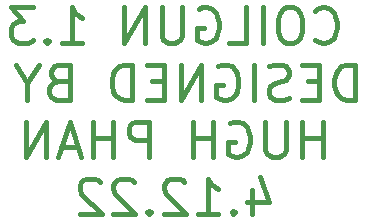
<source format=gbo>
%TF.GenerationSoftware,KiCad,Pcbnew,(6.0.9)*%
%TF.CreationDate,2022-12-04T20:19:28+11:00*%
%TF.ProjectId,Coilgun 1.3,436f696c-6775-46e2-9031-2e332e6b6963,1.3*%
%TF.SameCoordinates,Original*%
%TF.FileFunction,Legend,Bot*%
%TF.FilePolarity,Positive*%
%FSLAX46Y46*%
G04 Gerber Fmt 4.6, Leading zero omitted, Abs format (unit mm)*
G04 Created by KiCad (PCBNEW (6.0.9)) date 2022-12-04 20:19:28*
%MOMM*%
%LPD*%
G01*
G04 APERTURE LIST*
%ADD10C,0.450000*%
G04 APERTURE END LIST*
D10*
X176393571Y-85266428D02*
X176536428Y-85409285D01*
X176965000Y-85552142D01*
X177250714Y-85552142D01*
X177679285Y-85409285D01*
X177965000Y-85123571D01*
X178107857Y-84837857D01*
X178250714Y-84266428D01*
X178250714Y-83837857D01*
X178107857Y-83266428D01*
X177965000Y-82980714D01*
X177679285Y-82695000D01*
X177250714Y-82552142D01*
X176965000Y-82552142D01*
X176536428Y-82695000D01*
X176393571Y-82837857D01*
X174536428Y-82552142D02*
X173965000Y-82552142D01*
X173679285Y-82695000D01*
X173393571Y-82980714D01*
X173250714Y-83552142D01*
X173250714Y-84552142D01*
X173393571Y-85123571D01*
X173679285Y-85409285D01*
X173965000Y-85552142D01*
X174536428Y-85552142D01*
X174822142Y-85409285D01*
X175107857Y-85123571D01*
X175250714Y-84552142D01*
X175250714Y-83552142D01*
X175107857Y-82980714D01*
X174822142Y-82695000D01*
X174536428Y-82552142D01*
X171965000Y-85552142D02*
X171965000Y-82552142D01*
X169107857Y-85552142D02*
X170536428Y-85552142D01*
X170536428Y-82552142D01*
X166536428Y-82695000D02*
X166822142Y-82552142D01*
X167250714Y-82552142D01*
X167679285Y-82695000D01*
X167965000Y-82980714D01*
X168107857Y-83266428D01*
X168250714Y-83837857D01*
X168250714Y-84266428D01*
X168107857Y-84837857D01*
X167965000Y-85123571D01*
X167679285Y-85409285D01*
X167250714Y-85552142D01*
X166965000Y-85552142D01*
X166536428Y-85409285D01*
X166393571Y-85266428D01*
X166393571Y-84266428D01*
X166965000Y-84266428D01*
X165107857Y-82552142D02*
X165107857Y-84980714D01*
X164965000Y-85266428D01*
X164822142Y-85409285D01*
X164536428Y-85552142D01*
X163965000Y-85552142D01*
X163679285Y-85409285D01*
X163536428Y-85266428D01*
X163393571Y-84980714D01*
X163393571Y-82552142D01*
X161965000Y-85552142D02*
X161965000Y-82552142D01*
X160250714Y-85552142D01*
X160250714Y-82552142D01*
X154965000Y-85552142D02*
X156679285Y-85552142D01*
X155822142Y-85552142D02*
X155822142Y-82552142D01*
X156107857Y-82980714D01*
X156393571Y-83266428D01*
X156679285Y-83409285D01*
X153679285Y-85266428D02*
X153536428Y-85409285D01*
X153679285Y-85552142D01*
X153822142Y-85409285D01*
X153679285Y-85266428D01*
X153679285Y-85552142D01*
X152536428Y-82552142D02*
X150679285Y-82552142D01*
X151679285Y-83695000D01*
X151250714Y-83695000D01*
X150965000Y-83837857D01*
X150822142Y-83980714D01*
X150679285Y-84266428D01*
X150679285Y-84980714D01*
X150822142Y-85266428D01*
X150965000Y-85409285D01*
X151250714Y-85552142D01*
X152107857Y-85552142D01*
X152393571Y-85409285D01*
X152536428Y-85266428D01*
X179750714Y-90382142D02*
X179750714Y-87382142D01*
X179036428Y-87382142D01*
X178607857Y-87525000D01*
X178322142Y-87810714D01*
X178179285Y-88096428D01*
X178036428Y-88667857D01*
X178036428Y-89096428D01*
X178179285Y-89667857D01*
X178322142Y-89953571D01*
X178607857Y-90239285D01*
X179036428Y-90382142D01*
X179750714Y-90382142D01*
X176750714Y-88810714D02*
X175750714Y-88810714D01*
X175322142Y-90382142D02*
X176750714Y-90382142D01*
X176750714Y-87382142D01*
X175322142Y-87382142D01*
X174179285Y-90239285D02*
X173750714Y-90382142D01*
X173036428Y-90382142D01*
X172750714Y-90239285D01*
X172607857Y-90096428D01*
X172465000Y-89810714D01*
X172465000Y-89525000D01*
X172607857Y-89239285D01*
X172750714Y-89096428D01*
X173036428Y-88953571D01*
X173607857Y-88810714D01*
X173893571Y-88667857D01*
X174036428Y-88525000D01*
X174179285Y-88239285D01*
X174179285Y-87953571D01*
X174036428Y-87667857D01*
X173893571Y-87525000D01*
X173607857Y-87382142D01*
X172893571Y-87382142D01*
X172465000Y-87525000D01*
X171179285Y-90382142D02*
X171179285Y-87382142D01*
X168179285Y-87525000D02*
X168465000Y-87382142D01*
X168893571Y-87382142D01*
X169322142Y-87525000D01*
X169607857Y-87810714D01*
X169750714Y-88096428D01*
X169893571Y-88667857D01*
X169893571Y-89096428D01*
X169750714Y-89667857D01*
X169607857Y-89953571D01*
X169322142Y-90239285D01*
X168893571Y-90382142D01*
X168607857Y-90382142D01*
X168179285Y-90239285D01*
X168036428Y-90096428D01*
X168036428Y-89096428D01*
X168607857Y-89096428D01*
X166750714Y-90382142D02*
X166750714Y-87382142D01*
X165036428Y-90382142D01*
X165036428Y-87382142D01*
X163607857Y-88810714D02*
X162607857Y-88810714D01*
X162179285Y-90382142D02*
X163607857Y-90382142D01*
X163607857Y-87382142D01*
X162179285Y-87382142D01*
X160893571Y-90382142D02*
X160893571Y-87382142D01*
X160179285Y-87382142D01*
X159750714Y-87525000D01*
X159465000Y-87810714D01*
X159322142Y-88096428D01*
X159179285Y-88667857D01*
X159179285Y-89096428D01*
X159322142Y-89667857D01*
X159465000Y-89953571D01*
X159750714Y-90239285D01*
X160179285Y-90382142D01*
X160893571Y-90382142D01*
X154607857Y-88810714D02*
X154179285Y-88953571D01*
X154036428Y-89096428D01*
X153893571Y-89382142D01*
X153893571Y-89810714D01*
X154036428Y-90096428D01*
X154179285Y-90239285D01*
X154465000Y-90382142D01*
X155607857Y-90382142D01*
X155607857Y-87382142D01*
X154607857Y-87382142D01*
X154322142Y-87525000D01*
X154179285Y-87667857D01*
X154036428Y-87953571D01*
X154036428Y-88239285D01*
X154179285Y-88525000D01*
X154322142Y-88667857D01*
X154607857Y-88810714D01*
X155607857Y-88810714D01*
X152036428Y-88953571D02*
X152036428Y-90382142D01*
X153036428Y-87382142D02*
X152036428Y-88953571D01*
X151036428Y-87382142D01*
X177036428Y-95212142D02*
X177036428Y-92212142D01*
X177036428Y-93640714D02*
X175322142Y-93640714D01*
X175322142Y-95212142D02*
X175322142Y-92212142D01*
X173893571Y-92212142D02*
X173893571Y-94640714D01*
X173750714Y-94926428D01*
X173607857Y-95069285D01*
X173322142Y-95212142D01*
X172750714Y-95212142D01*
X172465000Y-95069285D01*
X172322142Y-94926428D01*
X172179285Y-94640714D01*
X172179285Y-92212142D01*
X169179285Y-92355000D02*
X169465000Y-92212142D01*
X169893571Y-92212142D01*
X170322142Y-92355000D01*
X170607857Y-92640714D01*
X170750714Y-92926428D01*
X170893571Y-93497857D01*
X170893571Y-93926428D01*
X170750714Y-94497857D01*
X170607857Y-94783571D01*
X170322142Y-95069285D01*
X169893571Y-95212142D01*
X169607857Y-95212142D01*
X169179285Y-95069285D01*
X169036428Y-94926428D01*
X169036428Y-93926428D01*
X169607857Y-93926428D01*
X167750714Y-95212142D02*
X167750714Y-92212142D01*
X167750714Y-93640714D02*
X166036428Y-93640714D01*
X166036428Y-95212142D02*
X166036428Y-92212142D01*
X162322142Y-95212142D02*
X162322142Y-92212142D01*
X161179285Y-92212142D01*
X160893571Y-92355000D01*
X160750714Y-92497857D01*
X160607857Y-92783571D01*
X160607857Y-93212142D01*
X160750714Y-93497857D01*
X160893571Y-93640714D01*
X161179285Y-93783571D01*
X162322142Y-93783571D01*
X159322142Y-95212142D02*
X159322142Y-92212142D01*
X159322142Y-93640714D02*
X157607857Y-93640714D01*
X157607857Y-95212142D02*
X157607857Y-92212142D01*
X156322142Y-94355000D02*
X154893571Y-94355000D01*
X156607857Y-95212142D02*
X155607857Y-92212142D01*
X154607857Y-95212142D01*
X153607857Y-95212142D02*
X153607857Y-92212142D01*
X151893571Y-95212142D01*
X151893571Y-92212142D01*
X171036428Y-98042142D02*
X171036428Y-100042142D01*
X171750714Y-96899285D02*
X172465000Y-99042142D01*
X170607857Y-99042142D01*
X169465000Y-99756428D02*
X169322142Y-99899285D01*
X169465000Y-100042142D01*
X169607857Y-99899285D01*
X169465000Y-99756428D01*
X169465000Y-100042142D01*
X166465000Y-100042142D02*
X168179285Y-100042142D01*
X167322142Y-100042142D02*
X167322142Y-97042142D01*
X167607857Y-97470714D01*
X167893571Y-97756428D01*
X168179285Y-97899285D01*
X165322142Y-97327857D02*
X165179285Y-97185000D01*
X164893571Y-97042142D01*
X164179285Y-97042142D01*
X163893571Y-97185000D01*
X163750714Y-97327857D01*
X163607857Y-97613571D01*
X163607857Y-97899285D01*
X163750714Y-98327857D01*
X165465000Y-100042142D01*
X163607857Y-100042142D01*
X162322142Y-99756428D02*
X162179285Y-99899285D01*
X162322142Y-100042142D01*
X162465000Y-99899285D01*
X162322142Y-99756428D01*
X162322142Y-100042142D01*
X161036428Y-97327857D02*
X160893571Y-97185000D01*
X160607857Y-97042142D01*
X159893571Y-97042142D01*
X159607857Y-97185000D01*
X159465000Y-97327857D01*
X159322142Y-97613571D01*
X159322142Y-97899285D01*
X159465000Y-98327857D01*
X161179285Y-100042142D01*
X159322142Y-100042142D01*
X158179285Y-97327857D02*
X158036428Y-97185000D01*
X157750714Y-97042142D01*
X157036428Y-97042142D01*
X156750714Y-97185000D01*
X156607857Y-97327857D01*
X156465000Y-97613571D01*
X156465000Y-97899285D01*
X156607857Y-98327857D01*
X158322142Y-100042142D01*
X156465000Y-100042142D01*
M02*

</source>
